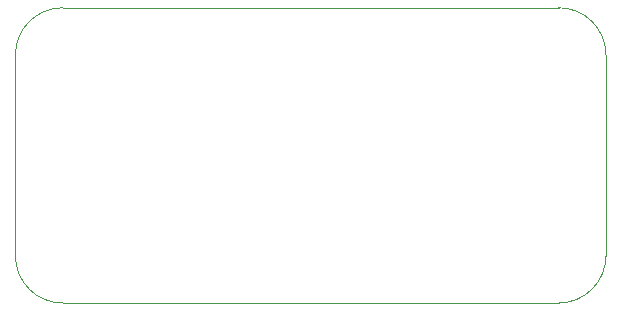
<source format=gm1>
G04*
G04 #@! TF.GenerationSoftware,Altium Limited,Altium Designer,19.1.6 (110)*
G04*
G04 Layer_Color=16711935*
%FSLAX43Y43*%
%MOMM*%
G71*
G01*
G75*
%ADD56C,0.100*%
D56*
X50000Y21000D02*
G03*
X46000Y25000I-4000J0D01*
G01*
Y0D02*
G03*
X50000Y4000I0J4000D01*
G01*
X0D02*
G03*
X4000Y0I4000J0D01*
G01*
Y25000D02*
G03*
X0Y21000I0J-4000D01*
G01*
Y4000D02*
Y21000D01*
X4000Y0D02*
X46000D01*
X4000Y25000D02*
X46000D01*
X50000Y4000D02*
Y21000D01*
M02*

</source>
